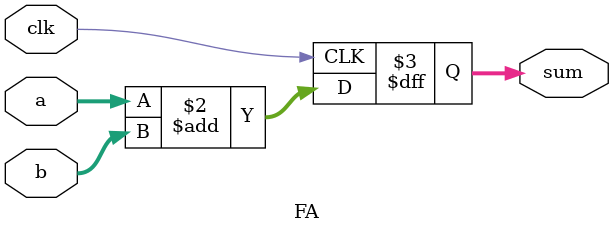
<source format=v>
module FA(
 input clk,
 input [3:0] a,
 input [3:0] b,
 output reg [4:0] sum
);

always@(posedge clk)begin
	sum <= a+b;
end
endmodule

</source>
